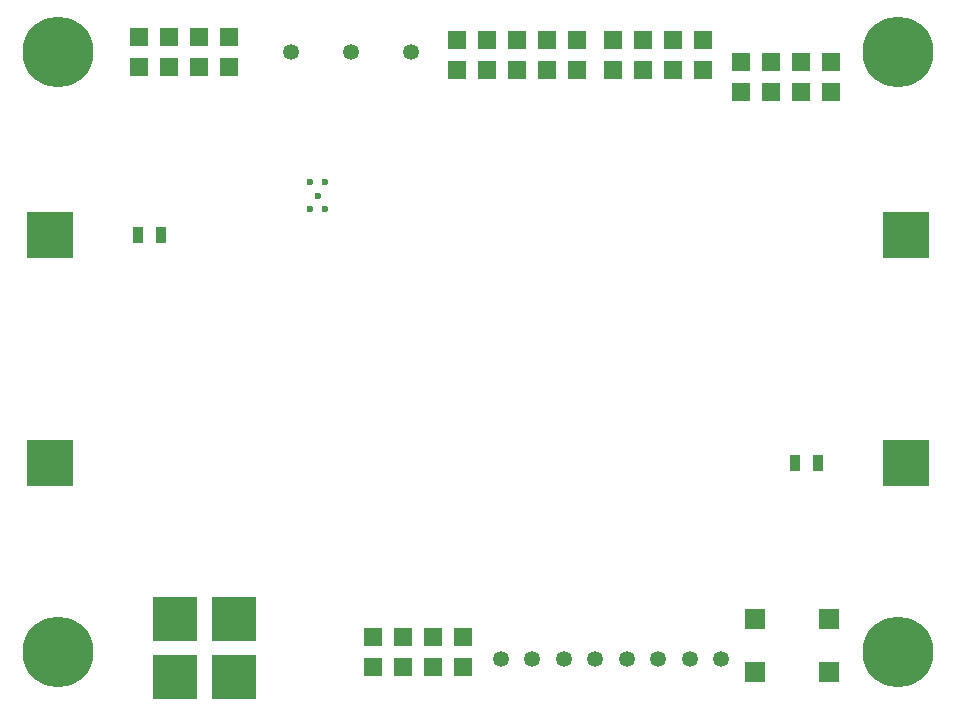
<source format=gbr>
G04 #@! TF.FileFunction,Soldermask,Top*
%FSLAX46Y46*%
G04 Gerber Fmt 4.6, Leading zero omitted, Abs format (unit mm)*
G04 Created by KiCad (PCBNEW 0.201505041002+5641~23~ubuntu14.04.1-product) date St 6. květen 2015, 01:35:33 CEST*
%MOMM*%
G01*
G04 APERTURE LIST*
%ADD10C,0.300000*%
%ADD11R,4.000000X4.000000*%
%ADD12C,1.350000*%
%ADD13R,1.524000X1.524000*%
%ADD14R,3.810000X3.810000*%
%ADD15C,6.000000*%
%ADD16R,0.889000X1.397000*%
%ADD17R,1.676400X1.676400*%
%ADD18C,0.600000*%
G04 APERTURE END LIST*
D10*
D11*
X4390000Y40384000D03*
X76890000Y40384000D03*
X4390000Y21084000D03*
X76890000Y21084000D03*
D12*
X24765000Y55880000D03*
X29845000Y55880000D03*
X34925000Y55880000D03*
X42545000Y4445000D03*
X45212000Y4445000D03*
X47879000Y4445000D03*
X50546000Y4445000D03*
X53213000Y4445000D03*
X55880000Y4445000D03*
X58547000Y4445000D03*
D13*
X19558000Y57150000D03*
X19558000Y54610000D03*
X17018000Y57150000D03*
X17018000Y54610000D03*
X14478000Y57150000D03*
X14478000Y54610000D03*
X11938000Y57150000D03*
X11938000Y54610000D03*
X49022000Y54356000D03*
X49022000Y56896000D03*
X38862000Y56896000D03*
X38862000Y54356000D03*
X43942000Y54356000D03*
X43942000Y56896000D03*
X46482000Y54356000D03*
X46482000Y56896000D03*
X41402000Y54356000D03*
X41402000Y56896000D03*
X31750000Y3810000D03*
X31750000Y6350000D03*
X34290000Y3810000D03*
X34290000Y6350000D03*
X36830000Y3810000D03*
X36830000Y6350000D03*
X39370000Y3810000D03*
X39370000Y6350000D03*
D14*
X14939000Y7874000D03*
X19939000Y7874000D03*
X14939000Y2921000D03*
X19939000Y2921000D03*
D13*
X62865000Y52451000D03*
X62865000Y54991000D03*
X65405000Y52451000D03*
X65405000Y54991000D03*
X67945000Y52451000D03*
X67945000Y54991000D03*
X59690000Y56896000D03*
X59690000Y54356000D03*
X57150000Y56896000D03*
X57150000Y54356000D03*
X54610000Y56896000D03*
X54610000Y54356000D03*
X52070000Y56896000D03*
X52070000Y54356000D03*
D15*
X76200000Y5080000D03*
X5080000Y55880000D03*
X5080000Y5080000D03*
X76200000Y55880000D03*
D16*
X11874500Y40386000D03*
X13779500Y40386000D03*
X69405500Y21082000D03*
X67500500Y21082000D03*
D17*
X70333000Y7838000D03*
X70333000Y3338000D03*
X64033000Y7838000D03*
X64033000Y3338000D03*
D13*
X70485000Y52451000D03*
X70485000Y54991000D03*
D18*
X27686000Y42545000D03*
X27686000Y44831000D03*
X26416000Y44831000D03*
X26416000Y42545000D03*
X27051000Y43688000D03*
D12*
X61214000Y4445000D03*
M02*

</source>
